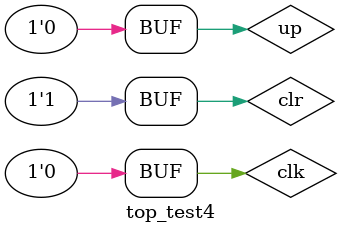
<source format=v>
`timescale 1ns / 1ns
module top_test4 ();
    reg clk;
    reg up;
    reg clr;
     wire [6:0] seg;
     wire dp;
     wire [3:0] AN;
     wire [11:0] rgb;
     wire hs;
     wire vs;
     wire btn;
     top test4(
         .clk(clk),
         .up(up),
         .clr(clr),
         .seg(seg),
         .dp(dp),
         .AN(AN),
         .rgb(rgb),
         .hs(hs),
         .vs(vs),
         .btn(btn)
     );
    always begin
        clk = 1'b0;
        #1 clk = 1'b1;
        #1 clk = 1'b0;
    end
    initial begin
        up = 1'b0;
        clr = 1'b0;
		  #10; clr=1'b1;
    end
endmodule

</source>
